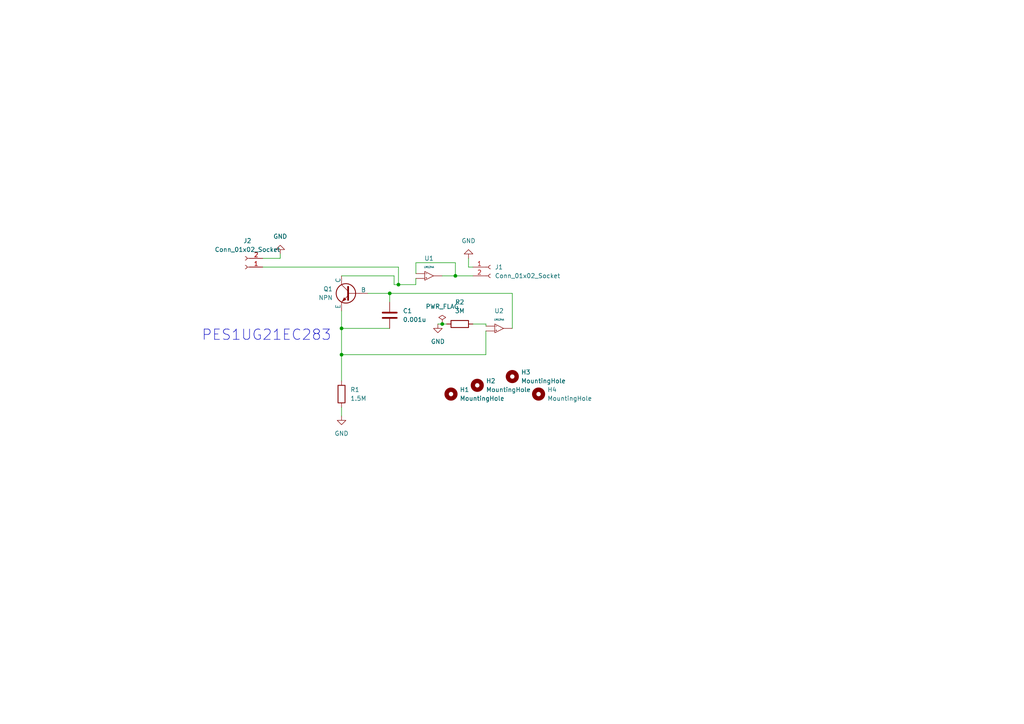
<source format=kicad_sch>
(kicad_sch (version 20230121) (generator eeschema)
  (paper "A4")
  (lib_symbols
    (symbol "Connector:Conn_01x02_Socket" (pin_names (offset 1.016) hide)
      (property "Reference" "J" (at 0 2.54 0))
      (property "Value" "Conn_01x02_Socket" (at 0 -5.08 0))
      (symbol "Conn_01x02_Socket_1_1"
        (arc (start 0 -2.032) (mid -0.5058 -2.54) (end 0 -3.048) (stroke (width 0.1524)))
        (polyline (pts (xy -1.27 -2.54) (xy -0.508 -2.54)) (stroke (width 0.1524)))
        (polyline (pts (xy -1.27 0) (xy -0.508 0)) (stroke (width 0.1524)))
        (arc (start 0 0.508) (mid -0.5058 0) (end 0 -0.508) (stroke (width 0.1524)))
        (pin passive line (at -5.08 0 0) (length 3.81) (name "Pin_1") (number "1"))
        (pin passive line (at -5.08 -2.54 0) (length 3.81) (name "Pin_2") (number "2"))
      )
    )
    (symbol "Device:C" (pin_numbers hide) (pin_names (offset 0.254))
      (property "Reference" "C" (at 0.635 2.54 0))
      (property "Value" "C" (at 0.635 -2.54 0))
      (symbol "C_0_1"
        (polyline (pts (xy -2.032 -0.762) (xy 2.032 -0.762)) (stroke (width 0.508)))
        (polyline (pts (xy -2.032 0.762) (xy 2.032 0.762)) (stroke (width 0.508)))
      )
      (symbol "C_1_1"
        (pin passive line (at 0 3.81 270) (length 2.794) (name "~") (number "1"))
        (pin passive line (at 0 -3.81 90) (length 2.794) (name "~") (number "2"))
      )
    )
    (symbol "Device:R" (pin_numbers hide) (pin_names (offset 0))
      (property "Reference" "R" (at 2.032 0 90))
      (property "Value" "R" (at 0 0 90))
      (symbol "R_0_1"
        (rectangle (start -1.016 -2.54) (end 1.016 2.54) (stroke (width 0.254)))
      )
      (symbol "R_1_1"
        (pin passive line (at 0 3.81 270) (length 1.27) (name "~") (number "1"))
        (pin passive line (at 0 -3.81 90) (length 1.27) (name "~") (number "2"))
      )
    )
    (symbol "LM124:LM124"
      (property "Reference" "U" (at 5.08 3.81 0))
      (symbol "LM124_0_1"
        (polyline (pts (xy 0 1.27) (xy 0 -1.27) (xy 2.54 0) (xy 0 1.27)))
      )
      (symbol "LM124_1_1"
        (text "+\n" (at 0.4287 -0.5585 0) (effects (font (size 0.5 0.5))))
        (text "-" (at 0.4287 0.6939 0) (effects (font (size 0.5 0.5))))
        (pin input line (at -2.5876 -0.7489 0) (length 2.54) (name "") (number ""))
        (pin input line (at -2.5622 0.66 0) (length 2.54) (name "") (number ""))
        (pin output line (at 5.08 0 180) (length 2.54) (name "") (number ""))
      )
    )
    (symbol "Mechanical:MountingHole" (pin_names (offset 1.016))
      (property "Reference" "H" (at 0 5.08 0))
      (property "Value" "MountingHole" (at 0 3.175 0))
      (symbol "MountingHole_0_1"
        (circle (center 0 0) (radius 1.27) (stroke (width 1.27)))
      )
    )
    (symbol "Simulation_SPICE:NPN" (pin_numbers hide) (pin_names (offset 0))
      (property "Reference" "Q" (at -2.54 7.62 0))
      (property "Value" "NPN" (at -2.54 5.08 0))
      (symbol "NPN_0_1"
        (polyline (pts (xy -2.54 0) (xy 0.635 0)) (stroke (width 0.1524)))
        (polyline (pts (xy 0.635 0.635) (xy 2.54 2.54)))
        (polyline (pts (xy 2.794 -1.27) (xy 2.794 -1.27)) (stroke (width 0.1524)))
        (polyline (pts (xy 2.794 -1.27) (xy 2.794 -1.27)) (stroke (width 0.1524)))
        (polyline (pts (xy 0.635 -0.635) (xy 2.54 -2.54) (xy 2.54 -2.54)))
        (polyline (pts (xy 0.635 1.905) (xy 0.635 -1.905) (xy 0.635 -1.905)) (stroke (width 0.508)))
        (polyline (pts (xy 1.27 -1.778) (xy 1.778 -1.27) (xy 2.286 -2.286) (xy 1.27 -1.778) (xy 1.27 -1.778)) (fill (type outline)))
        (circle (center 1.27 0) (radius 2.8194) (stroke (width 0.254)))
      )
      (symbol "NPN_1_1"
        (pin open_collector line (at 2.54 5.08 270) (length 2.54) (name "C") (number "1"))
        (pin input line (at -5.08 0 0) (length 2.54) (name "B") (number "2"))
        (pin open_emitter line (at 2.54 -5.08 90) (length 2.54) (name "E") (number "3"))
      )
    )
    (symbol "power:GND" (power) (pin_names (offset 0))
      (property "Value" "GND" (at 0 -3.81 0))
      (symbol "GND_0_1"
        (polyline (pts (xy 0 0) (xy 0 -1.27) (xy 1.27 -1.27) (xy 0 -2.54) (xy -1.27 -1.27) (xy 0 -1.27)))
      )
      (symbol "GND_1_1"
        (pin power_in line (at 0 0 270) (length 0) hide (name "GND") (number "1"))
      )
    )
    (symbol "power:PWR_FLAG" (power) (pin_numbers hide) (pin_names (offset 0) hide)
      (property "Value" "PWR_FLAG" (at 0 3.81 0))
      (symbol "PWR_FLAG_0_0"
        (pin power_out line (at 0 0 90) (length 0) (name "pwr") (number "1"))
      )
      (symbol "PWR_FLAG_0_1"
        (polyline (pts (xy 0 0) (xy 0 1.27) (xy -1.016 1.905) (xy 0 2.54) (xy 1.016 1.905) (xy 0 1.27)))
      )
    )
  )
  (junction (at 128.27 93.98))
  (junction (at 99.06 102.87))
  (junction (at 132.08 80.01))
  (junction (at 113.03 85.09))
  (junction (at 99.06 95.25))
  (junction (at 115.57 82.55))
  (wire (pts (xy 99.06 95.25) (xy 99.06 102.87)))
  (wire (pts (xy 132.08 76.2) (xy 120.6278 76.2)))
  (wire (pts (xy 113.03 85.09) (xy 113.03 87.63)))
  (wire (pts (xy 113.03 95.25) (xy 99.06 95.25)))
  (wire (pts (xy 115.57 77.47) (xy 115.57 82.55)))
  (wire (pts (xy 128.27 80.01) (xy 132.08 80.01)))
  (wire (pts (xy 140.9478 93.98) (xy 140.9478 94.59)))
  (wire (pts (xy 135.89 74.93) (xy 135.89 77.47)))
  (wire (pts (xy 135.89 77.47) (xy 137.16 77.47)))
  (wire (pts (xy 76.2 74.93) (xy 81.28 74.93)))
  (wire (pts (xy 99.06 80.01) (xy 114.3 80.01)))
  (wire (pts (xy 115.57 82.55) (xy 120.6024 82.55)))
  (wire (pts (xy 106.68 85.09) (xy 113.03 85.09)))
  (wire (pts (xy 128.27 93.98) (xy 129.54 93.98)))
  (wire (pts (xy 140.9224 102.87) (xy 140.9224 95.9989)))
  (wire (pts (xy 114.3 80.01) (xy 114.3 82.55)))
  (wire (pts (xy 120.6024 82.55) (xy 120.6024 80.7589)))
  (wire (pts (xy 99.06 110.49) (xy 99.06 102.87)))
  (wire (pts (xy 99.06 90.17) (xy 99.06 95.25)))
  (wire (pts (xy 132.08 80.01) (xy 132.08 76.2)))
  (wire (pts (xy 76.2 77.47) (xy 115.57 77.47)))
  (wire (pts (xy 81.28 73.66) (xy 81.28 74.93)))
  (wire (pts (xy 114.3 82.55) (xy 115.57 82.55)))
  (wire (pts (xy 148.59 95.25) (xy 148.59 85.09)))
  (wire (pts (xy 99.06 118.11) (xy 99.06 120.65)))
  (wire (pts (xy 137.16 80.01) (xy 132.08 80.01)))
  (wire (pts (xy 113.03 85.09) (xy 148.59 85.09)))
  (wire (pts (xy 137.16 93.98) (xy 140.9478 93.98)))
  (wire (pts (xy 127 93.98) (xy 128.27 93.98)))
  (wire (pts (xy 120.6278 76.2) (xy 120.6278 79.35)))
  (wire (pts (xy 99.06 102.87) (xy 140.9224 102.87)))
  (text "PES1UG21EC283" (at 58.42 99.06 0) (effects (font (size 3 3)) (justify left bottom)))
  (symbol (lib_id "Mechanical:MountingHole") (at 148.59 109.22 0) (unit 1)
    (property "Reference" "H3" (at 151.13 107.95 0) (effects (justify left)))
    (property "Value" "MountingHole" (at 151.13 110.49 0) (effects (justify left)))
  )
  (symbol (lib_id "Device:C") (at 113.03 91.44 0) (unit 1)
    (property "Reference" "C1" (at 116.84 90.17 0) (effects (justify left)))
    (property "Value" "0.001u" (at 116.84 92.71 0) (effects (justify left)))
    (property "Footprint" "D_0.508mm_forcapandres:D_0.508mm_forcapandres" (effects hide))
  )
  (symbol (lib_id "power:PWR_FLAG") (at 128.27 93.98 0) (unit 1)
    (property "Reference" "#FLG01" (effects hide))
    (property "Value" "PWR_FLAG" (at 128.27 88.9 0))
  )
  (symbol (lib_id "Connector:Conn_01x02_Socket") (at 142.24 77.47 0) (unit 1)
    (property "Reference" "J1" (at 143.51 77.47 0) (effects (justify left)))
    (property "Value" "Conn_01x02_Socket" (at 143.51 80.01 0) (effects (justify left)))
    (property "Footprint" "Connector_PinSocket_2.54mm:PinSocket_1x02_P2.54mm_Vertical" (effects hide))
  )
  (symbol (lib_id "Mechanical:MountingHole") (at 138.43 111.76 0) (unit 1)
    (property "Reference" "H2" (at 140.97 110.49 0) (effects (justify left)))
    (property "Value" "MountingHole" (at 140.97 113.03 0) (effects (justify left)))
  )
  (symbol (lib_id "Device:R") (at 133.35 93.98 90) (unit 1)
    (property "Reference" "R2" (at 133.35 87.63 90))
    (property "Value" "3M" (at 133.35 90.17 90))
    (property "Footprint" "D_0.508mm_forcapandres:D_0.508mm_forcapandres" (effects hide))
  )
  (symbol (lib_id "power:GND") (at 127 93.98 0) (unit 1)
    (property "Reference" "#PWR01" (effects hide))
    (property "Value" "GND" (at 127 99.06 0))
  )
  (symbol (lib_id "Device:R") (at 99.06 114.3 0) (unit 1)
    (property "Reference" "R1" (at 101.6 113.03 0) (effects (justify left)))
    (property "Value" "1.5M" (at 101.6 115.57 0) (effects (justify left)))
    (property "Footprint" "D_0.508mm_forcapandres:D_0.508mm_forcapandres" (effects hide))
  )
  (symbol (lib_id "power:GND") (at 99.06 120.65 0) (unit 1)
    (property "Reference" "#PWR02" (effects hide))
    (property "Value" "GND" (at 99.06 125.73 0))
  )
  (symbol (lib_id "Mechanical:MountingHole") (at 130.81 114.3 0) (unit 1)
    (property "Reference" "H1" (at 133.35 113.03 0) (effects (justify left)))
    (property "Value" "MountingHole" (at 133.35 115.57 0) (effects (justify left)))
  )
  (symbol (lib_id "Mechanical:MountingHole") (at 156.21 114.3 0) (unit 1)
    (property "Reference" "H4" (at 158.75 113.03 0) (effects (justify left)))
    (property "Value" "MountingHole" (at 158.75 115.57 0) (effects (justify left)))
  )
  (symbol (lib_id "Simulation_SPICE:NPN") (at 101.6 85.09 0) (mirror y) (unit 1)
    (property "Reference" "Q1" (at 96.52 83.82 0) (effects (justify left)))
    (property "Value" "NPN" (at 96.52 86.36 0) (effects (justify left)))
    (property "Footprint" "transistor_footprint:transistor_footprint" (effects hide))
    (property "Sim.Device" "NPN" (effects hide))
    (property "Sim.Type" "GUMMELPOON" (effects hide))
    (property "Sim.Pins" "1=C 2=B 3=E" (effects hide))
  )
  (symbol (lib_id "Connector:Conn_01x02_Socket") (at 71.12 77.47 180) (unit 1)
    (property "Reference" "J2" (at 71.755 69.85 0))
    (property "Value" "Conn_01x02_Socket" (at 71.755 72.39 0))
    (property "Footprint" "Connector_PinSocket_2.54mm:PinSocket_1x02_P2.54mm_Vertical" (effects hide))
  )
  (symbol (lib_id "power:GND") (at 81.28 73.66 180) (unit 1)
    (property "Reference" "#PWR04" (effects hide))
    (property "Value" "GND" (at 81.28 68.58 0))
  )
  (symbol (lib_id "LM124:LM124") (at 143.51 95.25 0) (unit 1)
    (property "Reference" "U2" (at 144.7562 90.17 0))
    (property "Value" "LM124A" (at 144.7562 92.71 0) (effects (font (size 0.5 0.5))))
    (property "Footprint" "Package_SO:SO-14_3.9x8.65mm_P1.27mm" (effects hide))
  )
  (symbol (lib_id "power:GND") (at 135.89 74.93 180) (unit 1)
    (property "Reference" "#PWR03" (effects hide))
    (property "Value" "GND" (at 135.89 69.85 0))
  )
  (symbol (lib_id "LM124:LM124") (at 123.19 80.01 0) (unit 1)
    (property "Reference" "U1" (at 124.4362 74.93 0))
    (property "Value" "LM124A" (at 124.4362 77.47 0) (effects (font (size 0.5 0.5))))
    (property "Footprint" "Package_SO:SO-14_3.9x8.65mm_P1.27mm" (effects hide))
  )
)
</source>
